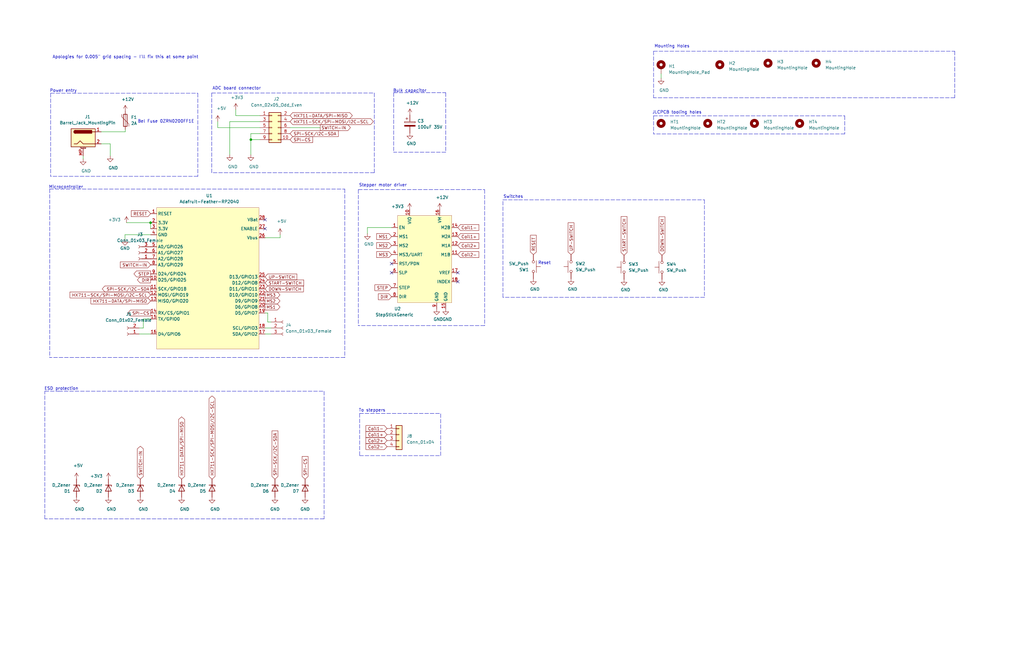
<source format=kicad_sch>
(kicad_sch (version 20211123) (generator eeschema)
  (paper "B")
  (lib_symbols
    (symbol "Adafruit-Feather-RP2040:Adafruit-Feather-RP2040"
      (property "Reference" "U" (at -0.127 33.528 0))
      (property "Value" "Adafruit-Feather-RP2040" (at 0 31.75 0))
      (symbol "Adafruit-Feather-RP2040_0_1"
        (rectangle (start -21.59 30.48) (end 21.59 -29.21) (stroke (width 0.001)) (fill (type background)))
      )
      (symbol "Adafruit-Feather-RP2040_1_1"
        (pin input line (at -24.13 27.94 0) (length 2.54) (name "RESET") (number "1"))
        (pin bidirectional line (at -24.13 0 0) (length 2.54) (name "D25/GPIO25") (number "10"))
        (pin bidirectional line (at -24.13 -3.81 0) (length 2.54) (name "SCK/GPIO18") (number "11"))
        (pin bidirectional line (at -24.13 -6.35 0) (length 2.54) (name "MOSI/GPIO19") (number "12"))
        (pin bidirectional line (at -24.13 -8.89 0) (length 2.54) (name "MISO/GPIO20") (number "13"))
        (pin bidirectional line (at -24.13 -13.97 0) (length 2.54) (name "RX/CS/GPIO1") (number "14"))
        (pin bidirectional line (at -24.13 -16.51 0) (length 2.54) (name "TX/GPIO0") (number "15"))
        (pin bidirectional line (at -24.13 -22.86 0) (length 2.54) (name "D4/GPIO6") (number "16"))
        (pin bidirectional line (at 24.13 -22.86 180) (length 2.54) (name "SDA/GPIO2") (number "17"))
        (pin bidirectional line (at 24.13 -20.32 180) (length 2.54) (name "SCL/GPIO3") (number "18"))
        (pin bidirectional line (at 24.13 -13.97 180) (length 2.54) (name "D5/GPIO7") (number "19"))
        (pin power_out line (at -24.13 24.13 0) (length 2.54) (name "3.3V") (number "2"))
        (pin bidirectional line (at 24.13 -11.43 180) (length 2.54) (name "D6/GPIO8") (number "20"))
        (pin bidirectional line (at 24.13 -8.89 180) (length 2.54) (name "D9/GPIO9") (number "21"))
        (pin bidirectional line (at 24.13 -6.35 180) (length 2.54) (name "D10/GPIO10") (number "22"))
        (pin bidirectional line (at 24.13 -3.81 180) (length 2.54) (name "D11/GPIO11") (number "23"))
        (pin bidirectional line (at 24.13 -1.27 180) (length 2.54) (name "D12/GPIO8") (number "24"))
        (pin bidirectional line (at 24.13 1.27 180) (length 2.54) (name "D13/GPIO13") (number "25"))
        (pin power_out line (at 24.13 17.78 180) (length 2.54) (name "Vbus") (number "26"))
        (pin input line (at 24.13 21.59 180) (length 2.54) (name "ENABLE") (number "27"))
        (pin input line (at 24.13 25.4 180) (length 2.54) (name "VBat") (number "28"))
        (pin power_out line (at -24.13 21.59 0) (length 2.54) (name "3.3V") (number "3"))
        (pin power_out line (at -24.13 19.05 0) (length 2.54) (name "GND") (number "4"))
        (pin bidirectional line (at -24.13 13.97 0) (length 2.54) (name "A0/GPIO26") (number "5"))
        (pin bidirectional line (at -24.13 11.43 0) (length 2.54) (name "A1/GPIO27") (number "6"))
        (pin bidirectional line (at -24.13 8.89 0) (length 2.54) (name "A2/GPIO28") (number "7"))
        (pin bidirectional line (at -24.13 6.35 0) (length 2.54) (name "A3/GPIO29") (number "8"))
        (pin bidirectional line (at -24.13 2.54 0) (length 2.54) (name "D24/GPIO24") (number "9"))
      )
    )
    (symbol "Connector:Barrel_Jack_MountingPin" (pin_names hide)
      (property "Reference" "J" (at 0 5.334 0))
      (property "Value" "Barrel_Jack_MountingPin" (at 1.27 -6.35 0))
      (symbol "Barrel_Jack_MountingPin_0_1"
        (rectangle (start -5.08 3.81) (end 5.08 -3.81) (stroke (width 0.254)) (fill (type background)))
        (arc (start -3.302 3.175) (mid -3.937 2.54) (end -3.302 1.905) (stroke (width 0.254)))
        (arc (start -3.302 3.175) (mid -3.937 2.54) (end -3.302 1.905) (stroke (width 0.254)) (fill (type outline)))
        (polyline (pts (xy 5.08 2.54) (xy 3.81 2.54)) (stroke (width 0.254)))
        (polyline (pts (xy -3.81 -2.54) (xy -2.54 -2.54) (xy -1.27 -1.27) (xy 0 -2.54) (xy 2.54 -2.54) (xy 5.08 -2.54)) (stroke (width 0.254)))
        (rectangle (start 3.683 3.175) (end -3.302 1.905) (stroke (width 0.254)) (fill (type outline)))
      )
      (symbol "Barrel_Jack_MountingPin_1_1"
        (polyline (pts (xy -1.016 -4.572) (xy 1.016 -4.572)) (stroke (width 0.1524)))
        (text "Mounting" (at 0 -4.191 0) (effects (font (size 0.381 0.381))))
        (pin passive line (at 7.62 2.54 180) (length 2.54) (name "~") (number "1"))
        (pin passive line (at 7.62 -2.54 180) (length 2.54) (name "~") (number "2"))
        (pin passive line (at 0 -7.62 90) (length 3.048) (name "MountPin") (number "MP"))
      )
    )
    (symbol "Connector:Conn_01x02_Female" (pin_names (offset 1.016) hide)
      (property "Reference" "J" (at 0 2.54 0))
      (property "Value" "Conn_01x02_Female" (at 0 -5.08 0))
      (symbol "Conn_01x02_Female_1_1"
        (arc (start 0 -2.032) (mid -0.508 -2.54) (end 0 -3.048) (stroke (width 0.1524)))
        (polyline (pts (xy -1.27 -2.54) (xy -0.508 -2.54)) (stroke (width 0.1524)))
        (polyline (pts (xy -1.27 0) (xy -0.508 0)) (stroke (width 0.1524)))
        (arc (start 0 0.508) (mid -0.508 0) (end 0 -0.508) (stroke (width 0.1524)))
        (pin passive line (at -5.08 0 0) (length 3.81) (name "Pin_1") (number "1"))
        (pin passive line (at -5.08 -2.54 0) (length 3.81) (name "Pin_2") (number "2"))
      )
    )
    (symbol "Connector:Conn_01x03_Female" (pin_names (offset 1.016) hide)
      (property "Reference" "J" (at 0 5.08 0))
      (property "Value" "Conn_01x03_Female" (at 0 -5.08 0))
      (symbol "Conn_01x03_Female_1_1"
        (arc (start 0 -2.032) (mid -0.508 -2.54) (end 0 -3.048) (stroke (width 0.1524)))
        (polyline (pts (xy -1.27 -2.54) (xy -0.508 -2.54)) (stroke (width 0.1524)))
        (polyline (pts (xy -1.27 0) (xy -0.508 0)) (stroke (width 0.1524)))
        (polyline (pts (xy -1.27 2.54) (xy -0.508 2.54)) (stroke (width 0.1524)))
        (arc (start 0 0.508) (mid -0.508 0) (end 0 -0.508) (stroke (width 0.1524)))
        (arc (start 0 3.048) (mid -0.508 2.54) (end 0 2.032) (stroke (width 0.1524)))
        (pin passive line (at -5.08 2.54 0) (length 3.81) (name "Pin_1") (number "1"))
        (pin passive line (at -5.08 0 0) (length 3.81) (name "Pin_2") (number "2"))
        (pin passive line (at -5.08 -2.54 0) (length 3.81) (name "Pin_3") (number "3"))
      )
    )
    (symbol "Connector_Generic:Conn_01x04" (pin_names (offset 1.016) hide)
      (property "Reference" "J" (at 0 5.08 0))
      (property "Value" "Conn_01x04" (at 0 -7.62 0))
      (symbol "Conn_01x04_1_1"
        (rectangle (start -1.27 -4.953) (end 0 -5.207) (stroke (width 0.1524)))
        (rectangle (start -1.27 -2.413) (end 0 -2.667) (stroke (width 0.1524)))
        (rectangle (start -1.27 0.127) (end 0 -0.127) (stroke (width 0.1524)))
        (rectangle (start -1.27 2.667) (end 0 2.413) (stroke (width 0.1524)))
        (rectangle (start -1.27 3.81) (end 1.27 -6.35) (stroke (width 0.254)) (fill (type background)))
        (pin passive line (at -5.08 2.54 0) (length 3.81) (name "Pin_1") (number "1"))
        (pin passive line (at -5.08 0 0) (length 3.81) (name "Pin_2") (number "2"))
        (pin passive line (at -5.08 -2.54 0) (length 3.81) (name "Pin_3") (number "3"))
        (pin passive line (at -5.08 -5.08 0) (length 3.81) (name "Pin_4") (number "4"))
      )
    )
    (symbol "Connector_Generic:Conn_02x05_Odd_Even" (pin_names (offset 1.016) hide)
      (property "Reference" "J" (at 1.27 7.62 0))
      (property "Value" "Conn_02x05_Odd_Even" (at 1.27 -7.62 0))
      (symbol "Conn_02x05_Odd_Even_1_1"
        (rectangle (start -1.27 -4.953) (end 0 -5.207) (stroke (width 0.1524)))
        (rectangle (start -1.27 -2.413) (end 0 -2.667) (stroke (width 0.1524)))
        (rectangle (start -1.27 0.127) (end 0 -0.127) (stroke (width 0.1524)))
        (rectangle (start -1.27 2.667) (end 0 2.413) (stroke (width 0.1524)))
        (rectangle (start -1.27 5.207) (end 0 4.953) (stroke (width 0.1524)))
        (rectangle (start -1.27 6.35) (end 3.81 -6.35) (stroke (width 0.254)) (fill (type background)))
        (rectangle (start 3.81 -4.953) (end 2.54 -5.207) (stroke (width 0.1524)))
        (rectangle (start 3.81 -2.413) (end 2.54 -2.667) (stroke (width 0.1524)))
        (rectangle (start 3.81 0.127) (end 2.54 -0.127) (stroke (width 0.1524)))
        (rectangle (start 3.81 2.667) (end 2.54 2.413) (stroke (width 0.1524)))
        (rectangle (start 3.81 5.207) (end 2.54 4.953) (stroke (width 0.1524)))
        (pin passive line (at -5.08 5.08 0) (length 3.81) (name "Pin_1") (number "1"))
        (pin passive line (at 7.62 -5.08 180) (length 3.81) (name "Pin_10") (number "10"))
        (pin passive line (at 7.62 5.08 180) (length 3.81) (name "Pin_2") (number "2"))
        (pin passive line (at -5.08 2.54 0) (length 3.81) (name "Pin_3") (number "3"))
        (pin passive line (at 7.62 2.54 180) (length 3.81) (name "Pin_4") (number "4"))
        (pin passive line (at -5.08 0 0) (length 3.81) (name "Pin_5") (number "5"))
        (pin passive line (at 7.62 0 180) (length 3.81) (name "Pin_6") (number "6"))
        (pin passive line (at -5.08 -2.54 0) (length 3.81) (name "Pin_7") (number "7"))
        (pin passive line (at 7.62 -2.54 180) (length 3.81) (name "Pin_8") (number "8"))
        (pin passive line (at -5.08 -5.08 0) (length 3.81) (name "Pin_9") (number "9"))
      )
    )
    (symbol "Device:C_Polarized" (pin_numbers hide) (pin_names (offset 0.254))
      (property "Reference" "C" (at 0.635 2.54 0))
      (property "Value" "C_Polarized" (at 0.635 -2.54 0))
      (symbol "C_Polarized_0_1"
        (rectangle (start -2.286 0.508) (end 2.286 1.016))
        (polyline (pts (xy -1.778 2.286) (xy -0.762 2.286)))
        (polyline (pts (xy -1.27 2.794) (xy -1.27 1.778)))
        (rectangle (start 2.286 -0.508) (end -2.286 -1.016) (fill (type outline)))
      )
      (symbol "C_Polarized_1_1"
        (pin passive line (at 0 3.81 270) (length 2.794) (name "~") (number "1"))
        (pin passive line (at 0 -3.81 90) (length 2.794) (name "~") (number "2"))
      )
    )
    (symbol "Device:D_Zener" (pin_numbers hide) (pin_names (offset 1.016) hide)
      (property "Reference" "D" (at 0 2.54 0))
      (property "Value" "D_Zener" (at 0 -2.54 0))
      (symbol "D_Zener_0_1"
        (polyline (pts (xy 1.27 0) (xy -1.27 0)))
        (polyline (pts (xy -1.27 -1.27) (xy -1.27 1.27) (xy -0.762 1.27)) (stroke (width 0.254)))
        (polyline (pts (xy 1.27 -1.27) (xy 1.27 1.27) (xy -1.27 0) (xy 1.27 -1.27)) (stroke (width 0.254)))
      )
      (symbol "D_Zener_1_1"
        (pin passive line (at -3.81 0 0) (length 2.54) (name "K") (number "1"))
        (pin passive line (at 3.81 0 180) (length 2.54) (name "A") (number "2"))
      )
    )
    (symbol "Device:Polyfuse" (pin_numbers hide) (pin_names (offset 0))
      (property "Reference" "F" (at -2.54 0 90))
      (property "Value" "Polyfuse" (at 2.54 0 90))
      (symbol "Polyfuse_0_1"
        (rectangle (start -0.762 2.54) (end 0.762 -2.54) (stroke (width 0.254)))
        (polyline (pts (xy 0 2.54) (xy 0 -2.54)))
        (polyline (pts (xy -1.524 2.54) (xy -1.524 1.524) (xy 1.524 -1.524) (xy 1.524 -2.54)))
      )
      (symbol "Polyfuse_1_1"
        (pin passive line (at 0 3.81 270) (length 1.27) (name "~") (number "1"))
        (pin passive line (at 0 -3.81 90) (length 1.27) (name "~") (number "2"))
      )
    )
    (symbol "Mechanical:MountingHole" (pin_names (offset 1.016))
      (property "Reference" "H" (at 0 5.08 0))
      (property "Value" "MountingHole" (at 0 3.175 0))
      (symbol "MountingHole_0_1"
        (circle (center 0 0) (radius 1.27) (stroke (width 1.27)))
      )
    )
    (symbol "Mechanical:MountingHole_Pad" (pin_numbers hide) (pin_names (offset 1.016) hide)
      (property "Reference" "H" (at 0 6.35 0))
      (property "Value" "MountingHole_Pad" (at 0 4.445 0))
      (symbol "MountingHole_Pad_0_1"
        (circle (center 0 1.27) (radius 1.27) (stroke (width 1.27)))
      )
      (symbol "MountingHole_Pad_1_1"
        (pin input line (at 0 -2.54 90) (length 2.54) (name "1") (number "1"))
      )
    )
    (symbol "StepStick:StepStickGeneric"
      (property "Reference" "U" (at -10.16 -26.67 0))
      (property "Value" "StepStickGeneric" (at -8.89 -29.21 0))
      (symbol "StepStickGeneric_0_1"
        (rectangle (start -11.43 13.97) (end 11.43 -22.86) (stroke (width 0.001)) (fill (type background)))
      )
      (symbol "StepStickGeneric_1_1"
        (pin input line (at -13.97 8.89 0) (length 2.54) (name "EN") (number "1"))
        (pin power_in line (at -6.35 16.51 270) (length 2.54) (name "VIO") (number "10"))
        (pin output line (at 13.97 -2.54 180) (length 2.54) (name "M1B") (number "11"))
        (pin output line (at 13.97 1.27 180) (length 2.54) (name "M1A") (number "12"))
        (pin output line (at 13.97 5.08 180) (length 2.54) (name "M2A") (number "13"))
        (pin output line (at 13.97 8.89 180) (length 2.54) (name "M2B") (number "14"))
        (pin power_in line (at 8.89 -25.4 90) (length 2.54) (name "GND") (number "15"))
        (pin power_in line (at 6.35 16.51 270) (length 2.54) (name "VM") (number "16"))
        (pin output line (at 13.97 -10.16 180) (length 2.54) (name "VREF") (number "17"))
        (pin output line (at 13.97 -13.97 180) (length 2.54) (name "INDEX") (number "18"))
        (pin input line (at -13.97 5.08 0) (length 2.54) (name "MS1") (number "2"))
        (pin input line (at -13.97 1.27 0) (length 2.54) (name "MS2") (number "3"))
        (pin input line (at -13.97 -2.54 0) (length 2.54) (name "MS3/UART") (number "4"))
        (pin input line (at -13.97 -6.35 0) (length 2.54) (name "RST/PDN") (number "5"))
        (pin input line (at -13.97 -10.16 0) (length 2.54) (name "SLP") (number "6"))
        (pin input line (at -13.97 -16.51 0) (length 2.54) (name "STEP") (number "7"))
        (pin input line (at -13.97 -20.32 0) (length 2.54) (name "DIR") (number "8"))
        (pin power_in line (at 5.08 -25.4 90) (length 2.54) (name "GND") (number "9"))
      )
    )
    (symbol "Switch:SW_Push" (pin_numbers hide) (pin_names (offset 1.016) hide)
      (property "Reference" "SW" (at 1.27 2.54 0))
      (property "Value" "SW_Push" (at 0 -1.524 0))
      (symbol "SW_Push_0_1"
        (circle (center -2.032 0) (radius 0.508))
        (polyline (pts (xy 0 1.27) (xy 0 3.048)))
        (polyline (pts (xy 2.54 1.27) (xy -2.54 1.27)))
        (circle (center 2.032 0) (radius 0.508))
        (pin passive line (at -5.08 0 0) (length 2.54) (name "1") (number "1"))
        (pin passive line (at 5.08 0 180) (length 2.54) (name "2") (number "2"))
      )
    )
    (symbol "power:+12V" (power) (pin_names (offset 0))
      (property "Value" "+12V" (at 0 3.556 0))
      (symbol "+12V_0_1"
        (polyline (pts (xy -0.762 1.27) (xy 0 2.54)))
        (polyline (pts (xy 0 0) (xy 0 2.54)))
        (polyline (pts (xy 0 2.54) (xy 0.762 1.27)))
      )
      (symbol "+12V_1_1"
        (pin power_in line (at 0 0 90) (length 0) hide (name "+12V") (number "1"))
      )
    )
    (symbol "power:+3.3V" (power) (pin_names (offset 0))
      (property "Value" "+3.3V" (at 0 3.556 0))
      (symbol "+3.3V_0_1"
        (polyline (pts (xy -0.762 1.27) (xy 0 2.54)))
        (polyline (pts (xy 0 0) (xy 0 2.54)))
        (polyline (pts (xy 0 2.54) (xy 0.762 1.27)))
      )
      (symbol "+3.3V_1_1"
        (pin power_in line (at 0 0 90) (length 0) hide (name "+3V3") (number "1"))
      )
    )
    (symbol "power:+5V" (power) (pin_names (offset 0))
      (property "Value" "+5V" (at 0 3.556 0))
      (symbol "+5V_0_1"
        (polyline (pts (xy -0.762 1.27) (xy 0 2.54)))
        (polyline (pts (xy 0 0) (xy 0 2.54)))
        (polyline (pts (xy 0 2.54) (xy 0.762 1.27)))
      )
      (symbol "+5V_1_1"
        (pin power_in line (at 0 0 90) (length 0) hide (name "+5V") (number "1"))
      )
    )
    (symbol "power:GND" (power) (pin_names (offset 0))
      (property "Value" "GND" (at 0 -3.81 0))
      (symbol "GND_0_1"
        (polyline (pts (xy 0 0) (xy 0 -1.27) (xy 1.27 -1.27) (xy 0 -2.54) (xy -1.27 -1.27) (xy 0 -1.27)))
      )
      (symbol "GND_1_1"
        (pin power_in line (at 0 0 270) (length 0) hide (name "GND") (number "1"))
      )
    )
  )
  (junction (at 105.791 58.928))
  (junction (at 63.5 93.98) (diameter 0.9144))
  (no_connect (at 111.76 96.52))
  (no_connect (at 111.76 92.71))
  (no_connect (at 165.1 115.062))
  (no_connect (at 165.1 111.252))
  (no_connect (at 193.04 115.062))
  (no_connect (at 193.04 118.872))
  (wire (pts (xy 109.601 48.768) (xy 99.441 48.768)))
  (wire (pts (xy 96.901 51.308) (xy 96.901 65.278)))
  (polyline (pts (xy 18.923 218.948) (xy 18.923 165.1)))
  (polyline (pts (xy 157.861 72.898) (xy 89.281 72.898)))
  (polyline (pts (xy 204.343 137.414) (xy 151.13 137.414)))
  (wire (pts (xy 154.94 96.012) (xy 154.94 98.552)))
  (wire (pts (xy 165.1 96.012) (xy 154.94 96.012)))
  (polyline (pts (xy 275.59 21.59) (xy 275.59 41.275)) (stroke (width 0) (type dash)))
  (polyline (pts (xy 275.59 21.59) (xy 402.59 21.59)) (stroke (width 0) (type dash)))
  (polyline (pts (xy 402.59 21.59) (xy 402.59 41.275)) (stroke (width 0) (type dash)))
  (polyline (pts (xy 402.59 41.275) (xy 275.59 41.275)) (stroke (width 0) (type dash)))
  (polyline (pts (xy 275.59 48.895) (xy 275.59 56.515)) (stroke (width 0) (type dash)))
  (polyline (pts (xy 275.59 48.895) (xy 356.235 48.895)) (stroke (width 0) (type dash)))
  (polyline (pts (xy 356.235 48.895) (xy 356.235 56.515)) (stroke (width 0) (type dash)))
  (polyline (pts (xy 356.235 56.515) (xy 275.59 56.515)) (stroke (width 0) (type dash)))
  (polyline (pts (xy 218.694 84.328) (xy 297.053 84.328)))
  (polyline (pts (xy 21.336 39.37) (xy 83.439 39.37)))
  (wire (pts (xy 42.672 55.626) (xy 52.832 55.626)))
  (wire (pts (xy 42.672 60.706) (xy 46.482 60.706)))
  (wire (pts (xy 46.482 60.706) (xy 46.482 65.786)))
  (wire (pts (xy 112.903 132.08) (xy 112.903 135.89)))
  (polyline (pts (xy 24.765 165.1) (xy 136.652 165.1)))
  (wire (pts (xy 109.601 53.848) (xy 91.821 53.848)))
  (polyline (pts (xy 204.343 80.01) (xy 204.343 137.414)))
  (polyline (pts (xy 297.053 84.328) (xy 297.053 125.476)))
  (wire (pts (xy 111.76 140.97) (xy 114.3 140.97)))
  (wire (pts (xy 35.052 65.786) (xy 35.052 67.056)))
  (polyline (pts (xy 187.96 64.262) (xy 165.989 64.262)))
  (wire (pts (xy 60.452 134.62) (xy 60.452 138.43)))
  (polyline (pts (xy 136.652 218.948) (xy 18.923 218.948)))
  (polyline (pts (xy 297.053 125.476) (xy 212.09 125.476)))
  (wire (pts (xy 105.791 56.388) (xy 105.791 58.928)))
  (polyline (pts (xy 21.336 39.37) (xy 21.336 74.422)))
  (wire (pts (xy 112.903 135.89) (xy 114.3 135.89)))
  (wire (pts (xy 52.832 54.61) (xy 52.832 55.626)))
  (wire (pts (xy 91.821 53.848) (xy 91.821 51.308)))
  (wire (pts (xy 111.76 100.33) (xy 118.11 100.33)))
  (wire (pts (xy 118.11 99.06) (xy 118.11 100.33)))
  (polyline (pts (xy 89.281 39.243) (xy 89.281 72.898)))
  (wire (pts (xy 278.765 31.115) (xy 278.765 33.02)))
  (polyline (pts (xy 83.439 74.422) (xy 21.336 74.422)))
  (polyline (pts (xy 145.415 79.756) (xy 145.415 150.876)))
  (wire (pts (xy 63.5 93.98) (xy 63.5 96.52)))
  (wire (pts (xy 109.601 58.928) (xy 105.791 58.928)))
  (wire (pts (xy 53.34 93.98) (xy 63.5 93.98)))
  (wire (pts (xy 111.76 138.43) (xy 114.3 138.43)))
  (polyline (pts (xy 151.638 174.498) (xy 151.638 192.278)))
  (polyline (pts (xy 89.281 39.243) (xy 157.861 39.243)))
  (wire (pts (xy 99.441 48.768) (xy 99.441 46.228)))
  (wire (pts (xy 109.601 51.308) (xy 96.901 51.308)))
  (polyline (pts (xy 145.415 150.876) (xy 20.955 150.876)))
  (wire (pts (xy 60.452 138.43) (xy 58.674 138.43)))
  (polyline (pts (xy 212.09 125.476) (xy 212.09 84.328)))
  (polyline (pts (xy 165.989 39.116) (xy 165.989 64.262)))
  (polyline (pts (xy 185.801 192.278) (xy 185.801 174.498)))
  (wire (pts (xy 109.601 56.388) (xy 105.791 56.388)))
  (wire (pts (xy 52.705 99.06) (xy 52.705 100.965)))
  (wire (pts (xy 63.5 99.06) (xy 52.705 99.06)))
  (polyline (pts (xy 151.13 80.01) (xy 151.13 137.414)))
  (wire (pts (xy 122.301 53.848) (xy 135.001 53.848)))
  (polyline (pts (xy 136.652 165.1) (xy 136.652 218.948)))
  (wire (pts (xy 105.791 58.928) (xy 105.791 65.278)))
  (polyline (pts (xy 18.923 165.1) (xy 24.765 165.1)))
  (polyline (pts (xy 151.13 80.01) (xy 204.343 80.01)))
  (polyline (pts (xy 165.989 39.116) (xy 187.96 39.116)))
  (wire (pts (xy 58.674 140.97) (xy 63.5 140.97)))
  (wire (pts (xy 111.76 132.08) (xy 112.903 132.08)))
  (polyline (pts (xy 187.96 39.116) (xy 187.96 64.262)))
  (polyline (pts (xy 20.955 79.756) (xy 20.955 150.876)))
  (polyline (pts (xy 212.09 84.328) (xy 218.694 84.328)))
  (polyline (pts (xy 20.955 79.756) (xy 145.415 79.756)))
  (polyline (pts (xy 151.638 192.278) (xy 185.801 192.278)))
  (polyline (pts (xy 151.638 174.498) (xy 185.801 174.498)))
  (wire (pts (xy 63.5 134.62) (xy 60.452 134.62)))
  (polyline (pts (xy 157.861 39.243) (xy 157.861 72.898)))
  (polyline (pts (xy 83.439 39.37) (xy 83.439 74.422)))
  (text "Stepper motor driver" (at 171.577 78.994 180) (effects (font (size 1.27 1.27)) (justify right bottom)))
  (text "JLCPCB tooling holes\n" (at 295.91 48.26 180) (effects (font (size 1.27 1.27)) (justify right bottom)))
  (text "Bulk capacitor" (at 165.735 39.116 0) (effects (font (size 1.27 1.27)) (justify left bottom)))
  (text "Switches" (at 212.217 83.82 0) (effects (font (size 1.27 1.27)) (justify left bottom)))
  (text "Bel Fuse 0ZRN0200FF1E‎" (at 58.039 52.07 0) (effects (font (size 1.27 1.27)) (justify left bottom)))
  (text "Reset" (at 232.283 111.76 180) (effects (font (size 1.27 1.27)) (justify right bottom)))
  (text "ESD protection" (at 18.669 164.846 0) (effects (font (size 1.27 1.27)) (justify left bottom)))
  (text "Mounting Holes" (at 290.83 20.32 180) (effects (font (size 1.27 1.27)) (justify right bottom)))
  (text "Apologies for 0.005\" grid spacing - I'll fix this at some point" (at 22.098 24.892 0) (effects (font (size 1.27 1.27)) (justify left bottom)))
  (text "To steppers" (at 162.56 173.99 180) (effects (font (size 1.27 1.27)) (justify right bottom)))
  (text "Microcontroller" (at 20.574 79.756 0) (effects (font (size 1.27 1.27)) (justify left bottom)))
  (text "ADC board connector" (at 89.535 38.1 0) (effects (font (size 1.27 1.27)) (justify left bottom)))
  (text "Power entry" (at 20.955 39.116 0) (effects (font (size 1.27 1.27)) (justify left bottom)))
  (global_label "DOWN-SWITCH" (shape input) (at 111.76 121.92 0) (property "Intersheet References" "${INTERSHEET_REFS}" (effects hide)))
  (global_label "HX711-SCK{slash}SPI-MOSI{slash}I2C-SCL" (shape bidirectional) (at 122.301 51.308 0) (property "Intersheet References" "${INTERSHEET_REFS}" (effects hide)))
  (global_label "RESET" (shape input) (at 63.5 90.17 180) (property "Intersheet References" "${INTERSHEET_REFS}" (effects hide)))
  (global_label "Coil1-" (shape input) (at 163.195 180.848 180) (property "Intersheet References" "${INTERSHEET_REFS}" (effects hide)))
  (global_label "Coil2-" (shape input) (at 193.04 107.442 0) (property "Intersheet References" "${INTERSHEET_REFS}" (effects hide)))
  (global_label "Coil1-" (shape input) (at 193.04 96.012 0) (property "Intersheet References" "${INTERSHEET_REFS}" (effects hide)))
  (global_label "DIR" (shape input) (at 165.1 125.222 180) (property "Intersheet References" "${INTERSHEET_REFS}" (effects hide)))
  (global_label "SPI-SCK{slash}I2C-SDA" (shape input) (at 115.951 202.184 90) (property "Intersheet References" "${INTERSHEET_REFS}" (effects hide)))
  (global_label "DIR" (shape output) (at 63.5 118.11 180) (property "Intersheet References" "${INTERSHEET_REFS}" (effects hide)))
  (global_label "START-SWITCH" (shape input) (at 263.144 107.696 90) (property "Intersheet References" "${INTERSHEET_REFS}" (effects hide)))
  (global_label "MS1" (shape output) (at 111.76 129.54 0) (property "Intersheet References" "${INTERSHEET_REFS}" (effects hide)))
  (global_label "SWITCH-IN" (shape bidirectional) (at 59.182 202.184 90) (property "Intersheet References" "${INTERSHEET_REFS}" (effects hide)))
  (global_label "Coil1+" (shape input) (at 193.04 99.822 0) (property "Intersheet References" "${INTERSHEET_REFS}" (effects hide)))
  (global_label "MS3" (shape input) (at 165.1 107.442 180) (property "Intersheet References" "${INTERSHEET_REFS}" (effects hide)))
  (global_label "SPI-CS" (shape output) (at 63.5 132.08 180) (property "Intersheet References" "${INTERSHEET_REFS}" (effects hide)))
  (global_label "SWITCH-IN" (shape output) (at 135.001 53.848 0) (property "Intersheet References" "${INTERSHEET_REFS}" (effects hide)))
  (global_label "RESET" (shape input) (at 224.917 107.442 90) (property "Intersheet References" "${INTERSHEET_REFS}" (effects hide)))
  (global_label "STEP" (shape output) (at 63.5 115.57 180) (property "Intersheet References" "${INTERSHEET_REFS}" (effects hide)))
  (global_label "MS1" (shape input) (at 165.1 99.822 180) (property "Intersheet References" "${INTERSHEET_REFS}" (effects hide)))
  (global_label "Coil2+" (shape input) (at 193.04 103.632 0) (property "Intersheet References" "${INTERSHEET_REFS}" (effects hide)))
  (global_label "MS2" (shape output) (at 111.76 127 0) (property "Intersheet References" "${INTERSHEET_REFS}" (effects hide)))
  (global_label "STEP" (shape input) (at 165.1 121.412 180) (property "Intersheet References" "${INTERSHEET_REFS}" (effects hide)))
  (global_label "UP-SWITCH" (shape input) (at 111.76 116.84 0) (property "Intersheet References" "${INTERSHEET_REFS}" (effects hide)))
  (global_label "HX711-DATA{slash}SPI-MISO" (shape input) (at 63.5 127 180) (property "Intersheet References" "${INTERSHEET_REFS}" (effects hide)))
  (global_label "MS3" (shape output) (at 111.76 124.46 0) (property "Intersheet References" "${INTERSHEET_REFS}" (effects hide)))
  (global_label "HX711-SCK{slash}SPI-MOSI{slash}I2C-SCL" (shape bidirectional) (at 89.408 202.184 90) (property "Intersheet References" "${INTERSHEET_REFS}" (effects hide)))
  (global_label "Coil2+" (shape input) (at 163.195 185.928 180) (property "Intersheet References" "${INTERSHEET_REFS}" (effects hide)))
  (global_label "UP-SWITCH" (shape input) (at 240.792 107.442 90) (property "Intersheet References" "${INTERSHEET_REFS}" (effects hide)))
  (global_label "Coil2-" (shape input) (at 163.195 188.468 180) (property "Intersheet References" "${INTERSHEET_REFS}" (effects hide)))
  (global_label "SPI-CS" (shape input) (at 128.651 202.184 90) (property "Intersheet References" "${INTERSHEET_REFS}" (effects hide)))
  (global_label "Coil1+" (shape input) (at 163.195 183.388 180) (property "Intersheet References" "${INTERSHEET_REFS}" (effects hide)))
  (global_label "START-SWITCH" (shape input) (at 111.76 119.38 0) (property "Intersheet References" "${INTERSHEET_REFS}" (effects hide)))
  (global_label "DOWN-SWITCH" (shape input) (at 279.146 107.696 90) (property "Intersheet References" "${INTERSHEET_REFS}" (effects hide)))
  (global_label "SPI-SCK{slash}I2C-SDA" (shape output) (at 63.5 121.92 180) (property "Intersheet References" "${INTERSHEET_REFS}" (effects hide)))
  (global_label "HX711-DATA{slash}SPI-MISO" (shape bidirectional) (at 76.581 202.184 90) (property "Intersheet References" "${INTERSHEET_REFS}" (effects hide)))
  (global_label "MS2" (shape input) (at 165.1 103.632 180) (property "Intersheet References" "${INTERSHEET_REFS}" (effects hide)))
  (global_label "SPI-SCK{slash}I2C-SDA" (shape input) (at 122.301 56.388 0) (property "Intersheet References" "${INTERSHEET_REFS}" (effects hide)))
  (global_label "HX711-SCK{slash}SPI-MOSI{slash}I2C-SCL" (shape input) (at 63.5 124.46 180) (property "Intersheet References" "${INTERSHEET_REFS}" (effects hide)))
  (global_label "SWITCH-IN" (shape input) (at 63.5 111.76 180) (property "Intersheet References" "${INTERSHEET_REFS}" (effects hide)))
  (global_label "SPI-CS" (shape input) (at 122.301 58.928 0) (property "Intersheet References" "${INTERSHEET_REFS}" (effects hide)))
  (global_label "HX711-DATA{slash}SPI-MISO" (shape bidirectional) (at 122.301 48.768 0) (property "Intersheet References" "${INTERSHEET_REFS}" (effects hide)))
  (symbol (lib_id "power:GND") (at 224.917 117.602 0) (unit 1)
    (property "Reference" "#PWR0108" (effects hide))
    (property "Value" "GND" (at 225.552 122.047 0))
  )
  (symbol (lib_id "power:+3.3V") (at 53.34 93.98 0) (unit 1)
    (property "Reference" "#PWR0129" (effects hide))
    (property "Value" "+3.3V" (at 48.26 92.71 0))
  )
  (symbol (lib_id "Connector:Barrel_Jack_MountingPin") (at 35.052 58.166 0) (unit 1)
    (property "Reference" "J1" (at 36.957 49.276 0))
    (property "Value" "Barrel_Jack_MountingPin" (at 36.957 51.816 0))
    (property "Footprint" "Connector_BarrelJack:BarrelJack_Horizontal" (effects hide))
  )
  (symbol (lib_id "power:GND") (at 263.144 117.856 0) (unit 1)
    (property "Reference" "#PWR0110" (effects hide))
    (property "Value" "GND" (at 263.779 122.301 0))
  )
  (symbol (lib_id "Mechanical:MountingHole") (at 337.185 52.07 0) (unit 1)
    (property "Reference" "HT4" (at 340.995 51.435 0) (effects (justify left)))
    (property "Value" "MountingHole" (at 340.995 53.975 0) (effects (justify left)))
    (property "Footprint" "AcheronMountingHoles:ToolingHole_1.152mm_(for_JLCPCB_SMT)" (effects hide))
  )
  (symbol (lib_id "power:GND") (at 128.651 209.804 0) (unit 1)
    (property "Reference" "#PWR0128" (effects hide))
    (property "Value" "GND" (at 128.651 214.884 0))
  )
  (symbol (lib_id "power:GND") (at 46.482 65.786 0) (unit 1)
    (property "Reference" "#PWR0118" (effects hide))
    (property "Value" "GND" (at 47.752 70.866 0))
  )
  (symbol (lib_id "Device:D_Zener") (at 115.951 205.994 270) (unit 1)
    (property "Reference" "D6" (at 113.411 207.2641 90) (effects (justify right)))
    (property "Value" "D_Zener" (at 113.411 204.7241 90) (effects (justify right)))
    (property "Footprint" "Diode_THT:D_DO-41_SOD81_P7.62mm_Horizontal" (effects hide))
  )
  (symbol (lib_id "Connector:Conn_01x03_Female") (at 58.42 106.68 180) (unit 1)
    (property "Reference" "J3" (at 59.055 98.933 0))
    (property "Value" "Conn_01x03_Female" (at 59.055 101.473 0))
    (property "Footprint" "Connector_PinSocket_2.54mm:PinSocket_1x03_P2.54mm_Vertical" (effects hide))
  )
  (symbol (lib_id "power:GND") (at 184.15 130.302 0) (unit 1)
    (property "Reference" "#PWR0106" (effects hide))
    (property "Value" "GND" (at 184.785 134.747 0))
  )
  (symbol (lib_id "Mechanical:MountingHole") (at 298.45 52.07 0) (unit 1)
    (property "Reference" "HT2" (at 302.26 51.435 0) (effects (justify left)))
    (property "Value" "MountingHole" (at 302.26 53.975 0) (effects (justify left)))
    (property "Footprint" "AcheronMountingHoles:ToolingHole_1.152mm_(for_JLCPCB_SMT)" (effects hide))
  )
  (symbol (lib_id "Device:D_Zener") (at 59.182 205.994 270) (unit 1)
    (property "Reference" "D3" (at 56.642 207.2641 90) (effects (justify right)))
    (property "Value" "D_Zener" (at 56.642 204.7241 90) (effects (justify right)))
    (property "Footprint" "Diode_THT:D_DO-41_SOD81_P7.62mm_Horizontal" (effects hide))
  )
  (symbol (lib_id "power:GND") (at 172.847 56.134 0) (unit 1)
    (property "Reference" "#PWR0112" (effects hide))
    (property "Value" "GND" (at 173.482 60.579 0))
  )
  (symbol (lib_id "Device:C_Polarized") (at 172.847 52.324 0) (unit 1)
    (property "Reference" "C3" (at 176.022 51.054 0) (effects (justify left)))
    (property "Value" "100uF 35V" (at 176.022 53.594 0) (effects (justify left)))
    (property "Footprint" "Capacitor_THT:CP_Radial_D8.0mm_P3.50mm" (effects hide))
  )
  (symbol (lib_id "Switch:SW_Push") (at 263.144 112.776 90) (unit 1)
    (property "Reference" "SW3" (at 265.049 111.506 90) (effects (justify right)))
    (property "Value" "SW_Push" (at 265.049 114.046 90) (effects (justify right)))
    (property "Footprint" "Button_Switch_Keyboard:SW_Cherry_MX_1.00u_PCB" (effects hide))
  )
  (symbol (lib_id "power:+5V") (at 91.821 51.308 0) (unit 1)
    (property "Reference" "#PWR0104" (effects hide))
    (property "Value" "+5V" (at 93.345 45.72 0))
  )
  (symbol (lib_id "Mechanical:MountingHole") (at 278.765 52.07 0) (unit 1)
    (property "Reference" "HT1" (at 282.575 51.435 0) (effects (justify left)))
    (property "Value" "MountingHole" (at 282.575 53.975 0) (effects (justify left)))
    (property "Footprint" "AcheronMountingHoles:ToolingHole_1.152mm_(for_JLCPCB_SMT)" (effects hide))
  )
  (symbol (lib_id "power:GND") (at 45.72 209.804 0) (unit 1)
    (property "Reference" "#PWR0124" (effects hide))
    (property "Value" "GND" (at 46.99 214.884 0))
  )
  (symbol (lib_id "power:+3.3V") (at 99.441 46.228 0) (unit 1)
    (property "Reference" "#PWR0103" (effects hide))
    (property "Value" "+3.3V" (at 99.949 41.148 0))
  )
  (symbol (lib_id "power:GND") (at 76.581 209.804 0) (unit 1)
    (property "Reference" "#PWR0125" (effects hide))
    (property "Value" "GND" (at 77.851 214.884 0))
  )
  (symbol (lib_id "Device:D_Zener") (at 128.651 205.994 270) (unit 1)
    (property "Reference" "D7" (at 126.111 207.2641 90) (effects (justify right)))
    (property "Value" "D_Zener" (at 126.111 204.7241 90) (effects (justify right)))
    (property "Footprint" "Diode_THT:D_DO-41_SOD81_P7.62mm_Horizontal" (effects hide))
  )
  (symbol (lib_id "Connector:Conn_01x02_Female") (at 53.594 140.97 180) (unit 1)
    (property "Reference" "J5" (at 54.229 132.588 0))
    (property "Value" "Conn_01x02_Female" (at 54.229 135.128 0))
    (property "Footprint" "Connector_PinSocket_2.54mm:PinSocket_1x02_P2.54mm_Vertical" (effects hide))
  )
  (symbol (lib_id "StepStick:StepStickGeneric") (at 179.07 104.902 0) (unit 1)
    (property "Reference" "U2" (at 167.64 130.302 0))
    (property "Value" "StepStickGeneric" (at 166.37 132.842 0))
    (property "Footprint" "StepStick:StepStickGeneric" (effects hide))
  )
  (symbol (lib_id "Switch:SW_Push") (at 240.792 112.522 90) (unit 1)
    (property "Reference" "SW2" (at 242.697 111.252 90) (effects (justify right)))
    (property "Value" "SW_Push" (at 242.697 113.792 90) (effects (justify right)))
    (property "Footprint" "Button_Switch_Keyboard:SW_Cherry_MX_1.00u_PCB" (effects hide))
  )
  (symbol (lib_id "Device:D_Zener") (at 32.258 205.994 270) (unit 1)
    (property "Reference" "D1" (at 29.718 207.2641 90) (effects (justify right)))
    (property "Value" "D_Zener" (at 29.718 204.7241 90) (effects (justify right)))
    (property "Footprint" "Diode_THT:D_DO-41_SOD81_P7.62mm_Horizontal" (effects hide))
  )
  (symbol (lib_id "Mechanical:MountingHole") (at 323.85 26.67 0) (unit 1)
    (property "Reference" "H3" (at 327.66 26.035 0) (effects (justify left)))
    (property "Value" "MountingHole" (at 327.66 28.575 0) (effects (justify left)))
    (property "Footprint" "MountingHole:MountingHole_3.2mm_M3_ISO7380" (effects hide))
  )
  (symbol (lib_id "Mechanical:MountingHole_Pad") (at 278.765 28.575 0) (unit 1)
    (property "Reference" "H1" (at 281.94 27.94 0) (effects (justify left)))
    (property "Value" "MountingHole_Pad" (at 281.94 30.48 0) (effects (justify left)))
    (property "Footprint" "MountingHole:MountingHole_3.2mm_M3_ISO7380_Pad" (effects hide))
  )
  (symbol (lib_id "power:GND") (at 96.901 65.278 0) (unit 1)
    (property "Reference" "#PWR0101" (effects hide))
    (property "Value" "GND" (at 98.171 70.358 0))
  )
  (symbol (lib_id "power:GND") (at 278.765 33.02 0) (unit 1)
    (property "Reference" "#PWR0133" (effects hide))
    (property "Value" "GND" (at 280.035 38.1 0))
  )
  (symbol (lib_id "Connector_Generic:Conn_02x05_Odd_Even") (at 114.681 53.848 0) (unit 1)
    (property "Reference" "J2" (at 116.586 41.783 0))
    (property "Value" "Conn_02x05_Odd_Even" (at 116.586 44.323 0))
    (property "Footprint" "Open-Switch-Tester-parts:2x05-P2.54mm-Shrouded-Keyed-Header" (effects hide))
  )
  (symbol (lib_id "power:+12V") (at 185.42 88.392 0) (unit 1)
    (property "Reference" "#PWR0107" (effects hide))
    (property "Value" "+12V" (at 186.436 83.312 0))
  )
  (symbol (lib_id "Connector:Conn_01x03_Female") (at 119.38 138.43 0) (unit 1)
    (property "Reference" "J4" (at 120.396 137.1599 0) (effects (justify left)))
    (property "Value" "Conn_01x03_Female" (at 120.396 139.6999 0) (effects (justify left)))
    (property "Footprint" "Connector_PinSocket_2.54mm:PinSocket_1x03_P2.54mm_Vertical" (effects hide))
  )
  (symbol (lib_id "Switch:SW_Push") (at 224.917 112.522 270) (unit 1)
    (property "Reference" "SW1" (at 223.012 113.792 90) (effects (justify right)))
    (property "Value" "SW_Push" (at 223.012 111.252 90) (effects (justify right)))
    (property "Footprint" "Button_Switch_Keyboard:SW_Cherry_MX_1.00u_PCB" (effects hide))
  )
  (symbol (lib_id "power:GND") (at 35.052 67.056 0) (unit 1)
    (property "Reference" "#PWR0117" (effects hide))
    (property "Value" "GND" (at 36.322 72.136 0))
  )
  (symbol (lib_id "power:+12V") (at 172.847 48.514 0) (unit 1)
    (property "Reference" "#PWR0115" (effects hide))
    (property "Value" "+12V" (at 173.863 43.434 0))
  )
  (symbol (lib_id "power:GND") (at 240.792 117.602 0) (unit 1)
    (property "Reference" "#PWR0113" (effects hide))
    (property "Value" "GND" (at 241.427 122.047 0))
  )
  (symbol (lib_id "power:GND") (at 105.791 65.278 0) (unit 1)
    (property "Reference" "#PWR0102" (effects hide))
    (property "Value" "GND" (at 107.061 70.358 0))
  )
  (symbol (lib_id "Switch:SW_Push") (at 279.146 112.776 90) (unit 1)
    (property "Reference" "SW4" (at 281.051 111.506 90) (effects (justify right)))
    (property "Value" "SW_Push" (at 281.051 114.046 90) (effects (justify right)))
    (property "Footprint" "Button_Switch_Keyboard:SW_Cherry_MX_1.00u_PCB" (effects hide))
  )
  (symbol (lib_id "power:+5V") (at 32.258 202.184 0) (unit 1)
    (property "Reference" "#PWR0121" (effects hide))
    (property "Value" "+5V" (at 32.893 196.469 0))
  )
  (symbol (lib_id "Mechanical:MountingHole") (at 344.17 26.67 0) (unit 1)
    (property "Reference" "H4" (at 347.98 26.035 0) (effects (justify left)))
    (property "Value" "MountingHole" (at 347.98 28.575 0) (effects (justify left)))
    (property "Footprint" "MountingHole:MountingHole_3.2mm_M3_ISO7380" (effects hide))
  )
  (symbol (lib_id "power:GND") (at 154.94 98.552 0) (unit 1)
    (property "Reference" "#PWR0116" (effects hide))
    (property "Value" "GND" (at 155.575 102.997 0))
  )
  (symbol (lib_id "power:+12V") (at 52.832 46.99 0) (unit 1)
    (property "Reference" "#PWR0119" (effects hide))
    (property "Value" "+12V" (at 53.848 41.91 0))
  )
  (symbol (lib_id "Mechanical:MountingHole") (at 318.135 52.07 0) (unit 1)
    (property "Reference" "HT3" (at 321.945 51.435 0) (effects (justify left)))
    (property "Value" "MountingHole" (at 321.945 53.975 0) (effects (justify left)))
    (property "Footprint" "AcheronMountingHoles:ToolingHole_1.152mm_(for_JLCPCB_SMT)" (effects hide))
  )
  (symbol (lib_id "power:GND") (at 115.951 209.804 0) (unit 1)
    (property "Reference" "#PWR0127" (effects hide))
    (property "Value" "GND" (at 115.951 214.884 0))
  )
  (symbol (lib_id "power:GND") (at 279.146 117.856 0) (unit 1)
    (property "Reference" "#PWR0114" (effects hide))
    (property "Value" "GND" (at 279.781 122.301 0))
  )
  (symbol (lib_id "Connector_Generic:Conn_01x04") (at 168.275 183.388 0) (unit 1)
    (property "Reference" "J8" (at 171.45 184.023 0) (effects (justify left)))
    (property "Value" "Conn_01x04" (at 171.45 186.563 0) (effects (justify left)))
    (property "Footprint" "TerminalBlock_Phoenix:TerminalBlock_Phoenix_MKDS-1,5-4_1x04_P5.00mm_Horizontal" (effects hide))
  )
  (symbol (lib_id "Device:D_Zener") (at 76.581 205.994 270) (unit 1)
    (property "Reference" "D4" (at 74.041 207.2641 90) (effects (justify right)))
    (property "Value" "D_Zener" (at 74.041 204.7241 90) (effects (justify right)))
    (property "Footprint" "Diode_THT:D_DO-41_SOD81_P7.62mm_Horizontal" (effects hide))
  )
  (symbol (lib_id "power:GND") (at 32.258 209.804 0) (unit 1)
    (property "Reference" "#PWR0120" (effects hide))
    (property "Value" "GND" (at 33.528 214.884 0))
  )
  (symbol (lib_id "power:GND") (at 89.408 209.804 0) (unit 1)
    (property "Reference" "#PWR0126" (effects hide))
    (property "Value" "GND" (at 90.678 214.884 0))
  )
  (symbol (lib_id "Device:Polyfuse") (at 52.832 50.8 0) (unit 1)
    (property "Reference" "F1" (at 55.245 49.5299 0) (effects (justify left)))
    (property "Value" "2A" (at 55.245 52.0699 0) (effects (justify left)))
    (property "Footprint" "Capacitor_THT:C_Disc_D10.5mm_W5.0mm_P5.00mm" (effects hide))
  )
  (symbol (lib_id "power:+5V") (at 118.11 99.06 0) (unit 1)
    (property "Reference" "#PWR0105" (effects hide))
    (property "Value" "+5V" (at 118.745 93.345 0))
  )
  (symbol (lib_id "power:GND") (at 187.96 130.302 0) (unit 1)
    (property "Reference" "#PWR0111" (effects hide))
    (property "Value" "GND" (at 188.595 134.747 0))
  )
  (symbol (lib_id "power:+3.3V") (at 172.72 88.392 0) (unit 1)
    (property "Reference" "#PWR0109" (effects hide))
    (property "Value" "+3.3V" (at 167.64 87.122 0))
  )
  (symbol (lib_id "Mechanical:MountingHole") (at 303.53 27.305 0) (unit 1)
    (property "Reference" "H2" (at 307.34 26.67 0) (effects (justify left)))
    (property "Value" "MountingHole" (at 307.34 29.21 0) (effects (justify left)))
    (property "Footprint" "MountingHole:MountingHole_3.2mm_M3_ISO7380" (effects hide))
  )
  (symbol (lib_id "Device:D_Zener") (at 89.408 205.994 270) (unit 1)
    (property "Reference" "D5" (at 86.868 207.2641 90) (effects (justify right)))
    (property "Value" "D_Zener" (at 86.868 204.7241 90) (effects (justify right)))
    (property "Footprint" "Diode_THT:D_DO-41_SOD81_P7.62mm_Horizontal" (effects hide))
  )
  (symbol (lib_id "power:GND") (at 52.705 100.965 0) (unit 1)
    (property "Reference" "#PWR0130" (effects hide))
    (property "Value" "GND" (at 52.705 104.775 0))
  )
  (symbol (lib_id "power:GND") (at 59.182 209.804 0) (unit 1)
    (property "Reference" "#PWR0123" (effects hide))
    (property "Value" "GND" (at 60.452 214.884 0))
  )
  (symbol (lib_id "Device:D_Zener") (at 45.72 205.994 270) (unit 1)
    (property "Reference" "D2" (at 43.18 207.2641 90) (effects (justify right)))
    (property "Value" "D_Zener" (at 43.18 204.7241 90) (effects (justify right)))
    (property "Footprint" "Diode_THT:D_DO-41_SOD81_P7.62mm_Horizontal" (effects hide))
  )
  (symbol (lib_id "Adafruit-Feather-RP2040:Adafruit-Feather-RP2040") (at 87.63 118.11 0) (unit 1)
    (property "Reference" "U1" (at 88.265 82.55 0))
    (property "Value" "Adafruit-Feather-RP2040" (at 88.265 85.09 0))
    (property "Footprint" "Adafruit-Feather-RP2040:Adafruit-Feather-RP2040" (effects hide))
  )
  (symbol (lib_id "power:+3.3V") (at 45.72 202.184 0) (unit 1)
    (property "Reference" "#PWR0122" (effects hide))
    (property "Value" "+3.3V" (at 40.64 200.914 0))
  )
)
</source>
